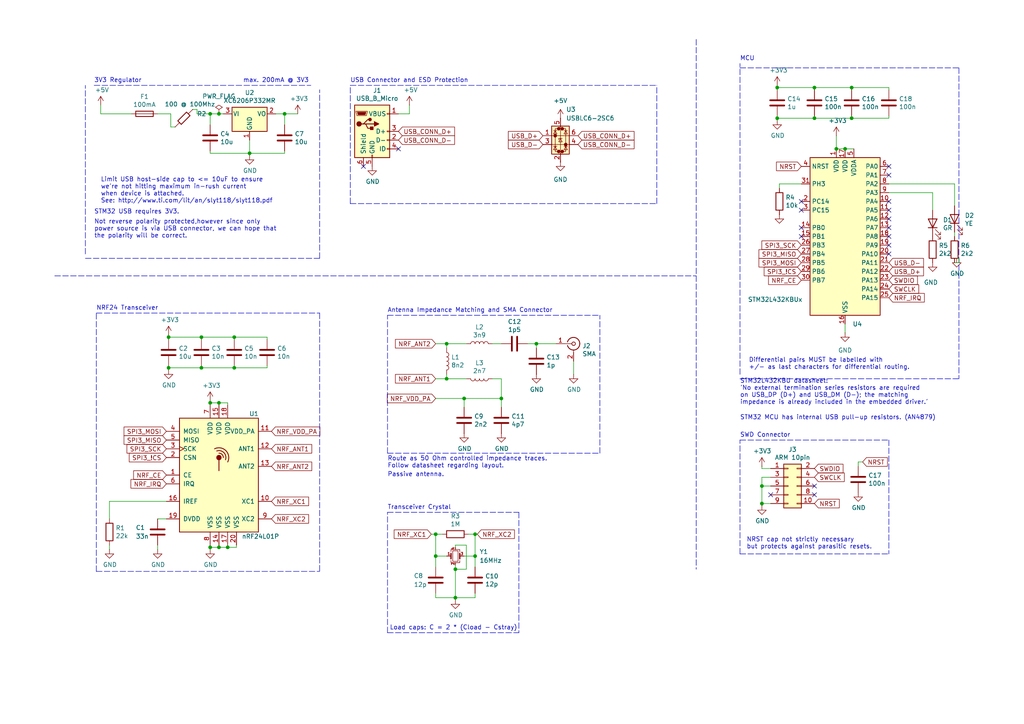
<source format=kicad_sch>
(kicad_sch (version 20250114) (generator "eeschema") (generator_version "9.0")
  (paper "A4")
  (lib_symbols
    (symbol "Connector:Conn_Coaxial" (pin_names (offset 1.016) (hide yes))
      (property "Reference" "J" (at 0.254 3.048 0))
      (property "Value" "Conn_Coaxial" (at 2.921 0 90))
      (symbol "Conn_Coaxial_0_1"
        (polyline (pts (xy -2.54 0) (xy -0.508 0)))
        (arc (start 1.778 0) (mid 0.222 -1.8079) (end -1.778 -0.508) (stroke (width 0.254)))
        (arc (start -1.778 0.508) (mid 0.2221 1.8084) (end 1.778 0) (stroke (width 0.254)))
        (circle (center 0 0) (radius 0.508) (stroke (width 0.2032)))
        (polyline (pts (xy 0 -2.54) (xy 0 -1.778)))
      )
      (symbol "Conn_Coaxial_1_1"
        (pin passive line (at -5.08 0 0) (length 2.54) (name "In") (number "1"))
        (pin passive line (at 0 -5.08 90) (length 2.54) (name "Ext") (number "2"))
      )
    )
    (symbol "Connector:USB_B_Micro" (pin_names (offset 1.016))
      (property "Reference" "J" (at -5.08 11.43 0))
      (property "Value" "USB_B_Micro" (at -5.08 8.89 0))
      (symbol "USB_B_Micro_0_1"
        (rectangle (start -5.08 -7.62) (end 5.08 7.62) (stroke (width 0.254)) (fill (type background)))
        (polyline (pts (xy -4.699 5.842) (xy -4.699 5.588) (xy -4.445 4.826) (xy -4.445 4.572) (xy -1.651 4.572) (xy -1.651 4.826) (xy -1.397 5.588) (xy -1.397 5.842) (xy -4.699 5.842)))
        (polyline (pts (xy -4.318 5.588) (xy -1.778 5.588) (xy -2.032 4.826) (xy -4.064 4.826) (xy -4.318 5.588)) (fill (type outline)))
        (circle (center -3.81 2.159) (radius 0.635) (stroke (width 0.254)) (fill (type outline)))
        (polyline (pts (xy -3.175 2.159) (xy -2.54 2.159) (xy -1.27 3.429) (xy -0.635 3.429)) (stroke (width 0.254)))
        (polyline (pts (xy -2.54 2.159) (xy -1.905 2.159) (xy -1.27 0.889) (xy 0 0.889)) (stroke (width 0.254)))
        (polyline (pts (xy -1.905 2.159) (xy 0.635 2.159)) (stroke (width 0.254)))
        (circle (center -0.635 3.429) (radius 0.381) (stroke (width 0.254)) (fill (type outline)))
        (rectangle (start -0.127 -7.62) (end 0.127 -6.858))
        (rectangle (start 0.254 1.27) (end -0.508 0.508) (stroke (width 0.254)) (fill (type outline)))
        (polyline (pts (xy 0.635 2.794) (xy 0.635 1.524) (xy 1.905 2.159) (xy 0.635 2.794)) (stroke (width 0.254)) (fill (type outline)))
        (rectangle (start 5.08 4.953) (end 4.318 5.207))
        (rectangle (start 5.08 -0.127) (end 4.318 0.127))
        (rectangle (start 5.08 -2.667) (end 4.318 -2.413))
        (rectangle (start 5.08 -5.207) (end 4.318 -4.953))
      )
      (symbol "USB_B_Micro_1_1"
        (pin passive line (at -2.54 -10.16 90) (length 2.54) (name "Shield") (number "6"))
        (pin power_out line (at 0 -10.16 90) (length 2.54) (name "GND") (number "5"))
        (pin power_out line (at 7.62 5.08 180) (length 2.54) (name "VBUS") (number "1"))
        (pin bidirectional line (at 7.62 0 180) (length 2.54) (name "D+") (number "3"))
        (pin bidirectional line (at 7.62 -2.54 180) (length 2.54) (name "D-") (number "2"))
        (pin passive line (at 7.62 -5.08 180) (length 2.54) (name "ID") (number "4"))
      )
    )
    (symbol "Connector_Generic:Conn_02x05_Odd_Even" (pin_names (offset 1.016) (hide yes))
      (property "Reference" "J" (at 1.27 7.62 0))
      (property "Value" "Conn_02x05_Odd_Even" (at 1.27 -7.62 0))
      (symbol "Conn_02x05_Odd_Even_1_1"
        (rectangle (start -1.27 6.35) (end 3.81 -6.35) (stroke (width 0.254)) (fill (type background)))
        (rectangle (start -1.27 5.207) (end 0 4.953) (stroke (width 0.1524)))
        (rectangle (start -1.27 2.667) (end 0 2.413) (stroke (width 0.1524)))
        (rectangle (start -1.27 0.127) (end 0 -0.127) (stroke (width 0.1524)))
        (rectangle (start -1.27 -2.413) (end 0 -2.667) (stroke (width 0.1524)))
        (rectangle (start -1.27 -4.953) (end 0 -5.207) (stroke (width 0.1524)))
        (rectangle (start 3.81 5.207) (end 2.54 4.953) (stroke (width 0.1524)))
        (rectangle (start 3.81 2.667) (end 2.54 2.413) (stroke (width 0.1524)))
        (rectangle (start 3.81 0.127) (end 2.54 -0.127) (stroke (width 0.1524)))
        (rectangle (start 3.81 -2.413) (end 2.54 -2.667) (stroke (width 0.1524)))
        (rectangle (start 3.81 -4.953) (end 2.54 -5.207) (stroke (width 0.1524)))
        (pin passive line (at -5.08 5.08 0) (length 3.81) (name "Pin_1") (number "1"))
        (pin passive line (at -5.08 2.54 0) (length 3.81) (name "Pin_3") (number "3"))
        (pin passive line (at -5.08 0 0) (length 3.81) (name "Pin_5") (number "5"))
        (pin passive line (at -5.08 -2.54 0) (length 3.81) (name "Pin_7") (number "7"))
        (pin passive line (at -5.08 -5.08 0) (length 3.81) (name "Pin_9") (number "9"))
        (pin passive line (at 7.62 5.08 180) (length 3.81) (name "Pin_2") (number "2"))
        (pin passive line (at 7.62 2.54 180) (length 3.81) (name "Pin_4") (number "4"))
        (pin passive line (at 7.62 0 180) (length 3.81) (name "Pin_6") (number "6"))
        (pin passive line (at 7.62 -2.54 180) (length 3.81) (name "Pin_8") (number "8"))
        (pin passive line (at 7.62 -5.08 180) (length 3.81) (name "Pin_10") (number "10"))
      )
    )
    (symbol "Device:C" (pin_numbers (hide yes)) (pin_names (offset 0.254))
      (property "Reference" "C" (at 0.635 2.54 0))
      (property "Value" "C" (at 0.635 -2.54 0))
      (symbol "C_0_1"
        (polyline (pts (xy -2.032 0.762) (xy 2.032 0.762)) (stroke (width 0.508)))
        (polyline (pts (xy -2.032 -0.762) (xy 2.032 -0.762)) (stroke (width 0.508)))
      )
      (symbol "C_1_1"
        (pin passive line (at 0 3.81 270) (length 2.794) (name "~") (number "1"))
        (pin passive line (at 0 -3.81 90) (length 2.794) (name "~") (number "2"))
      )
    )
    (symbol "Device:Crystal_GND24_Small" (pin_names (offset 1.016) (hide yes))
      (property "Reference" "Y" (at 1.27 4.445 0))
      (property "Value" "Crystal_GND24_Small" (at 1.27 2.54 0))
      (symbol "Crystal_GND24_Small_0_1"
        (polyline (pts (xy -1.27 1.27) (xy -1.27 1.905) (xy 1.27 1.905) (xy 1.27 1.27)))
        (polyline (pts (xy -1.27 -0.762) (xy -1.27 0.762)) (stroke (width 0.381)))
        (polyline (pts (xy -1.27 -1.27) (xy -1.27 -1.905) (xy 1.27 -1.905) (xy 1.27 -1.27)))
        (rectangle (start -0.762 -1.524) (end 0.762 1.524))
        (polyline (pts (xy 1.27 -0.762) (xy 1.27 0.762)) (stroke (width 0.381)))
      )
      (symbol "Crystal_GND24_Small_1_1"
        (pin passive line (at -2.54 0 0) (length 1.27) (name "1") (number "1"))
        (pin passive line (at 0 2.54 270) (length 0.635) (name "4") (number "4"))
        (pin passive line (at 0 -2.54 90) (length 0.635) (name "2") (number "2"))
        (pin passive line (at 2.54 0 180) (length 1.27) (name "3") (number "3"))
      )
    )
    (symbol "Device:Fuse" (pin_numbers (hide yes)) (pin_names (offset 0))
      (property "Reference" "F" (at 2.032 0 90))
      (property "Value" "Fuse" (at -1.905 0 90))
      (symbol "Fuse_0_1"
        (rectangle (start -0.762 -2.54) (end 0.762 2.54) (stroke (width 0.254)))
        (polyline (pts (xy 0 2.54) (xy 0 -2.54)))
      )
      (symbol "Fuse_1_1"
        (pin passive line (at 0 3.81 270) (length 1.27) (name "~") (number "1"))
        (pin passive line (at 0 -3.81 90) (length 1.27) (name "~") (number "2"))
      )
    )
    (symbol "Device:L" (pin_numbers (hide yes)) (pin_names (offset 1.016) (hide yes))
      (property "Reference" "L" (at -1.27 0 90))
      (property "Value" "L" (at 1.905 0 90))
      (symbol "L_0_1"
        (arc (start 0 2.54) (mid 0.6323 1.905) (end 0 1.27))
        (arc (start 0 1.27) (mid 0.6323 0.635) (end 0 0))
        (arc (start 0 0) (mid 0.6323 -0.635) (end 0 -1.27))
        (arc (start 0 -1.27) (mid 0.6323 -1.905) (end 0 -2.54))
      )
      (symbol "L_1_1"
        (pin passive line (at 0 3.81 270) (length 1.27) (name "1") (number "1"))
        (pin passive line (at 0 -3.81 90) (length 1.27) (name "2") (number "2"))
      )
    )
    (symbol "Device:LED" (pin_numbers (hide yes)) (pin_names (offset 1.016) (hide yes))
      (property "Reference" "D" (at 0 2.54 0))
      (property "Value" "LED" (at 0 -2.54 0))
      (symbol "LED_0_1"
        (polyline (pts (xy -3.048 -0.762) (xy -4.572 -2.286) (xy -3.81 -2.286) (xy -4.572 -2.286) (xy -4.572 -1.524)))
        (polyline (pts (xy -1.778 -0.762) (xy -3.302 -2.286) (xy -2.54 -2.286) (xy -3.302 -2.286) (xy -3.302 -1.524)))
        (polyline (pts (xy -1.27 0) (xy 1.27 0)))
        (polyline (pts (xy -1.27 -1.27) (xy -1.27 1.27)) (stroke (width 0.254)))
        (polyline (pts (xy 1.27 -1.27) (xy 1.27 1.27) (xy -1.27 0) (xy 1.27 -1.27)) (stroke (width 0.254)))
      )
      (symbol "LED_1_1"
        (pin passive line (at -3.81 0 0) (length 2.54) (name "K") (number "1"))
        (pin passive line (at 3.81 0 180) (length 2.54) (name "A") (number "2"))
      )
    )
    (symbol "Device:R" (pin_numbers (hide yes)) (pin_names (offset 0))
      (property "Reference" "R" (at 2.032 0 90))
      (property "Value" "R" (at 0 0 90))
      (symbol "R_0_1"
        (rectangle (start -1.016 -2.54) (end 1.016 2.54) (stroke (width 0.254)))
      )
      (symbol "R_1_1"
        (pin passive line (at 0 3.81 270) (length 1.27) (name "~") (number "1"))
        (pin passive line (at 0 -3.81 90) (length 1.27) (name "~") (number "2"))
      )
    )
    (symbol "Device:R_45deg" (pin_numbers (hide yes)) (pin_names (offset 0))
      (property "Reference" "R" (at 5.08 2.54 0))
      (property "Value" "R_45deg" (at 8.255 0.635 0))
      (symbol "R_45deg_0_1"
        (polyline (pts (xy -2.54 2.54) (xy -1.27 1.27)))
        (polyline (pts (xy 1.27 -1.27) (xy 2.54 -2.54)))
      )
      (symbol "R_45deg_1_1"
        (polyline (pts (xy -1.778 0.762) (xy 0.762 -1.778) (xy 1.778 -0.762) (xy -0.762 1.778) (xy -1.778 0.762)) (stroke (width 0.254)))
        (pin passive line (at -2.54 2.54 0) (length 0) (name "~") (number "1"))
        (pin passive line (at 2.54 -2.54 180) (length 0) (name "~") (number "2"))
      )
    )
    (symbol "MCU_ST_STM32L4:STM32L432KBUx"
      (property "Reference" "U" (at -10.16 24.13 0))
      (property "Value" "STM32L432KBUx" (at 5.08 24.13 0))
      (symbol "STM32L432KBUx_0_1"
        (rectangle (start -10.16 -22.86) (end 10.16 22.86) (stroke (width 0.254)) (fill (type background)))
      )
      (symbol "STM32L432KBUx_1_1"
        (pin input line (at -12.7 20.32 0) (length 2.54) (name "NRST") (number "4"))
        (pin bidirectional line (at -12.7 15.24 0) (length 2.54) (name "PH3") (number "31"))
        (pin bidirectional line (at -12.7 10.16 0) (length 2.54) (name "PC14") (number "2"))
        (pin bidirectional line (at -12.7 7.62 0) (length 2.54) (name "PC15") (number "3"))
        (pin bidirectional line (at -12.7 2.54 0) (length 2.54) (name "PB0") (number "14"))
        (pin bidirectional line (at -12.7 0 0) (length 2.54) (name "PB1") (number "15"))
        (pin bidirectional line (at -12.7 -2.54 0) (length 2.54) (name "PB3") (number "26"))
        (pin bidirectional line (at -12.7 -5.08 0) (length 2.54) (name "PB4") (number "27"))
        (pin bidirectional line (at -12.7 -7.62 0) (length 2.54) (name "PB5") (number "28"))
        (pin bidirectional line (at -12.7 -10.16 0) (length 2.54) (name "PB6") (number "29"))
        (pin bidirectional line (at -12.7 -12.7 0) (length 2.54) (name "PB7") (number "30"))
        (pin power_in line (at -2.54 25.4 270) (length 2.54) (name "VDD") (number "1"))
        (pin power_in line (at 0 25.4 270) (length 2.54) (name "VDD") (number "17"))
        (pin power_in line (at 0 -25.4 90) (length 2.54) (name "VSS") (number "16"))
        (pin passive line (at 0 -25.4 90) (length 2.54) (hide yes) (name "VSS") (number "32"))
        (pin passive line (at 0 -25.4 90) (length 2.54) (hide yes) (name "VSS") (number "33"))
        (pin power_in line (at 2.54 25.4 270) (length 2.54) (name "VDDA") (number "5"))
        (pin bidirectional line (at 12.7 20.32 180) (length 2.54) (name "PA0") (number "6"))
        (pin bidirectional line (at 12.7 17.78 180) (length 2.54) (name "PA1") (number "7"))
        (pin bidirectional line (at 12.7 15.24 180) (length 2.54) (name "PA2") (number "8"))
        (pin bidirectional line (at 12.7 12.7 180) (length 2.54) (name "PA3") (number "9"))
        (pin bidirectional line (at 12.7 10.16 180) (length 2.54) (name "PA4") (number "10"))
        (pin bidirectional line (at 12.7 7.62 180) (length 2.54) (name "PA5") (number "11"))
        (pin bidirectional line (at 12.7 5.08 180) (length 2.54) (name "PA6") (number "12"))
        (pin bidirectional line (at 12.7 2.54 180) (length 2.54) (name "PA7") (number "13"))
        (pin bidirectional line (at 12.7 0 180) (length 2.54) (name "PA8") (number "18"))
        (pin bidirectional line (at 12.7 -2.54 180) (length 2.54) (name "PA9") (number "19"))
        (pin bidirectional line (at 12.7 -5.08 180) (length 2.54) (name "PA10") (number "20"))
        (pin bidirectional line (at 12.7 -7.62 180) (length 2.54) (name "PA11") (number "21"))
        (pin bidirectional line (at 12.7 -10.16 180) (length 2.54) (name "PA12") (number "22"))
        (pin bidirectional line (at 12.7 -12.7 180) (length 2.54) (name "PA13") (number "23"))
        (pin bidirectional line (at 12.7 -15.24 180) (length 2.54) (name "PA14") (number "24"))
        (pin bidirectional line (at 12.7 -17.78 180) (length 2.54) (name "PA15") (number "25"))
      )
    )
    (symbol "Power_Protection:USBLC6-2SC6" (pin_names (hide yes))
      (property "Reference" "U" (at 0.635 5.715 0))
      (property "Value" "USBLC6-2SC6" (at 0.635 3.81 0))
      (symbol "USBLC6-2SC6_0_0"
        (circle (center -1.524 0) (radius 0.0001) (stroke (width 0.508)))
        (circle (center -0.508 2.032) (radius 0.0001) (stroke (width 0.508)))
        (circle (center -0.508 -4.572) (radius 0.0001) (stroke (width 0.508)))
        (circle (center 0.508 2.032) (radius 0.0001) (stroke (width 0.508)))
        (circle (center 0.508 -4.572) (radius 0.0001) (stroke (width 0.508)))
        (circle (center 1.524 -2.54) (radius 0.0001) (stroke (width 0.508)))
      )
      (symbol "USBLC6-2SC6_0_1"
        (polyline (pts (xy -2.54 0) (xy 2.54 0)))
        (polyline (pts (xy -2.54 -2.54) (xy 2.54 -2.54)))
        (polyline (pts (xy -2.032 0.508) (xy -1.016 0.508) (xy -1.524 1.524) (xy -2.032 0.508)))
        (polyline (pts (xy -2.032 -3.048) (xy -1.016 -3.048)))
        (polyline (pts (xy -1.016 1.524) (xy -2.032 1.524)))
        (polyline (pts (xy -1.016 -4.064) (xy -2.032 -4.064) (xy -1.524 -3.048) (xy -1.016 -4.064)))
        (polyline (pts (xy -0.508 -1.143) (xy -0.508 -0.762) (xy 0.508 -0.762)))
        (polyline (pts (xy 0 2.54) (xy -0.508 2.032) (xy 0.508 2.032) (xy 0 1.524) (xy 0 -4.064) (xy -0.508 -4.572) (xy 0.508 -4.572) (xy 0 -5.08)))
        (polyline (pts (xy 0.508 -1.778) (xy -0.508 -1.778) (xy 0 -0.762) (xy 0.508 -1.778)))
        (polyline (pts (xy 1.016 1.524) (xy 2.032 1.524)))
        (polyline (pts (xy 1.016 -3.048) (xy 2.032 -3.048)))
        (polyline (pts (xy 2.032 0.508) (xy 1.016 0.508) (xy 1.524 1.524) (xy 2.032 0.508)))
        (polyline (pts (xy 2.032 -4.064) (xy 1.016 -4.064) (xy 1.524 -3.048) (xy 2.032 -4.064)))
      )
      (symbol "USBLC6-2SC6_1_1"
        (rectangle (start -2.54 2.794) (end 2.54 -5.334) (stroke (width 0.254)) (fill (type background)))
        (polyline (pts (xy -0.508 2.032) (xy -1.524 2.032) (xy -1.524 -4.572) (xy -0.508 -4.572)))
        (polyline (pts (xy 0.508 -4.572) (xy 1.524 -4.572) (xy 1.524 2.032) (xy 0.508 2.032)))
        (pin passive line (at -5.08 0 0) (length 2.54) (name "I/O1") (number "1"))
        (pin passive line (at -5.08 -2.54 0) (length 2.54) (name "I/O2") (number "3"))
        (pin passive line (at 0 5.08 270) (length 2.54) (name "VBUS") (number "5"))
        (pin passive line (at 0 -7.62 90) (length 2.54) (name "GND") (number "2"))
        (pin passive line (at 5.08 0 180) (length 2.54) (name "I/O1") (number "6"))
        (pin passive line (at 5.08 -2.54 180) (length 2.54) (name "I/O2") (number "4"))
      )
    )
    (symbol "RF:nRF24L01P" (pin_names (offset 1.016))
      (property "Reference" "U" (at -11.43 17.78 0))
      (property "Value" "nRF24L01P" (at 5.08 17.78 0))
      (symbol "nRF24L01P_0_1"
        (rectangle (start -11.43 16.51) (end 11.43 -16.51) (stroke (width 0.254)) (fill (type background)))
        (arc (start -1.27 7.62) (mid 2.008 7.088) (end 2.54 3.81) (stroke (width 0.254)))
        (circle (center 0 5.08) (radius 0.635) (stroke (width 0.254)) (fill (type outline)))
        (polyline (pts (xy 0 4.445) (xy 0 1.27)) (stroke (width 0.254)))
        (arc (start -0.635 6.985) (mid 1.4383 6.5183) (end 1.905 4.445) (stroke (width 0.254)))
        (arc (start 0 6.35) (mid 0.9108 5.9908) (end 1.27 5.08) (stroke (width 0.254)))
        (rectangle (start 11.43 -13.97) (end 11.43 -13.97))
      )
      (symbol "nRF24L01P_1_1"
        (pin input line (at -15.24 12.7 0) (length 3.81) (name "MOSI") (number "4"))
        (pin output line (at -15.24 10.16 0) (length 3.81) (name "MISO") (number "5"))
        (pin input clock (at -15.24 7.62 0) (length 3.81) (name "SCK") (number "3"))
        (pin input line (at -15.24 5.08 0) (length 3.81) (name "CSN") (number "2"))
        (pin input line (at -15.24 0 0) (length 3.81) (name "CE") (number "1"))
        (pin output line (at -15.24 -2.54 0) (length 3.81) (name "IRQ") (number "6"))
        (pin passive line (at -15.24 -7.62 0) (length 3.81) (name "IREF") (number "16"))
        (pin power_out line (at -15.24 -12.7 0) (length 3.81) (name "DVDD") (number "19"))
        (pin power_in line (at -2.54 20.32 270) (length 3.81) (name "VDD") (number "7"))
        (pin power_in line (at -2.54 -20.32 90) (length 3.81) (name "VSS") (number "8"))
        (pin power_in line (at 0 20.32 270) (length 3.81) (name "VDD") (number "15"))
        (pin power_in line (at 0 -20.32 90) (length 3.81) (name "VSS") (number "14"))
        (pin power_in line (at 2.54 20.32 270) (length 3.81) (name "VDD") (number "18"))
        (pin power_in line (at 2.54 -20.32 90) (length 3.81) (name "VSS") (number "17"))
        (pin power_in line (at 5.08 -20.32 90) (length 3.81) (name "VSS") (number "20"))
        (pin power_out line (at 15.24 12.7 180) (length 3.81) (name "VDD_PA") (number "11"))
        (pin passive line (at 15.24 7.62 180) (length 3.81) (name "ANT1") (number "12"))
        (pin passive line (at 15.24 2.54 180) (length 3.81) (name "ANT2") (number "13"))
        (pin passive line (at 15.24 -7.62 180) (length 3.81) (name "XC1") (number "10"))
        (pin passive line (at 15.24 -12.7 180) (length 3.81) (name "XC2") (number "9"))
      )
    )
    (symbol "Regulator_Linear:XC6206PxxxMR" (pin_names (offset 0.254))
      (property "Reference" "U" (at -3.81 3.175 0))
      (property "Value" "XC6206PxxxMR" (at 0 3.175 0))
      (symbol "XC6206PxxxMR_0_1"
        (rectangle (start -5.08 1.905) (end 5.08 -5.08) (stroke (width 0.254)) (fill (type background)))
      )
      (symbol "XC6206PxxxMR_1_1"
        (pin power_in line (at -7.62 0 0) (length 2.54) (name "VI") (number "3"))
        (pin power_in line (at 0 -7.62 90) (length 2.54) (name "GND") (number "1"))
        (pin power_out line (at 7.62 0 180) (length 2.54) (name "VO") (number "2"))
      )
    )
    (symbol "power:+3V3" (power) (pin_numbers (hide yes)) (pin_names (offset 0) (hide yes))
      (property "Value" "+3V3" (at 0 3.556 0))
      (symbol "+3V3_0_1"
        (polyline (pts (xy -0.762 1.27) (xy 0 2.54)))
        (polyline (pts (xy 0 2.54) (xy 0.762 1.27)))
        (polyline (pts (xy 0 0) (xy 0 2.54)))
      )
      (symbol "+3V3_1_1"
        (pin power_in line (at 0 0 90) (length 0) (name "~") (number "1"))
      )
    )
    (symbol "power:+5V" (power) (pin_numbers (hide yes)) (pin_names (offset 0) (hide yes))
      (property "Value" "+5V" (at 0 3.556 0))
      (symbol "+5V_0_1"
        (polyline (pts (xy -0.762 1.27) (xy 0 2.54)))
        (polyline (pts (xy 0 2.54) (xy 0.762 1.27)))
        (polyline (pts (xy 0 0) (xy 0 2.54)))
      )
      (symbol "+5V_1_1"
        (pin power_in line (at 0 0 90) (length 0) (name "~") (number "1"))
      )
    )
    (symbol "power:GND" (power) (pin_numbers (hide yes)) (pin_names (offset 0) (hide yes))
      (property "Value" "GND" (at 0 -3.81 0))
      (symbol "GND_0_1"
        (polyline (pts (xy 0 0) (xy 0 -1.27) (xy 1.27 -1.27) (xy 0 -2.54) (xy -1.27 -1.27) (xy 0 -1.27)))
      )
      (symbol "GND_1_1"
        (pin power_in line (at 0 0 270) (length 0) (name "~") (number "1"))
      )
    )
    (symbol "power:PWR_FLAG" (power) (pin_numbers (hide yes)) (pin_names (offset 0) (hide yes))
      (property "Value" "PWR_FLAG" (at 0 3.81 0))
      (symbol "PWR_FLAG_0_0"
        (pin power_out line (at 0 0 90) (length 0) (name "~") (number "1"))
      )
      (symbol "PWR_FLAG_0_1"
        (polyline (pts (xy 0 0) (xy 0 1.27) (xy -1.016 1.905) (xy 0 2.54) (xy 1.016 1.905) (xy 0 1.27)))
      )
    )
  )
  (text "Differential pairs MUST be labelled with \n+/- as last characters for differential routing." (at 217.17 107.315 0) (effects (font (size 1.27 1.27)) (justify left bottom)))
  (text "Not reverse polarity protected,however since only\npower source is via USB connector, we can hope that\nthe polarity will be correct." (at 27.305 69.215 0) (effects (font (size 1.27 1.27)) (justify left bottom)))
  (text "Passive antenna." (at 112.395 138.43 0) (effects (font (size 1.27 1.27)) (justify left bottom)))
  (text "NRF24 Transceiver" (at 27.94 90.17 0) (effects (font (size 1.27 1.27)) (justify left bottom)))
  (text "Transceiver Crystal" (at 112.395 147.955 0) (effects (font (size 1.27 1.27)) (justify left bottom)))
  (text "STM32L432KBU datasheet:\n'No external termination series resistors are required\non USB_DP (D+) and USB_DM (D-); the matching\nimpedance is already included in the embedded driver.'" (at 214.63 117.475 0) (effects (font (size 1.27 1.27)) (justify left bottom)))
  (text "3V3 Regulator" (at 27.305 24.13 0) (effects (font (size 1.27 1.27)) (justify left bottom)))
  (text "Antenna Impedance Matching and SMA Connector" (at 112.395 90.805 0) (effects (font (size 1.27 1.27)) (justify left bottom)))
  (text "Route as 50 Ohm controlled impedance traces.\nFollow datasheet regarding layout." (at 112.395 135.89 0) (effects (font (size 1.27 1.27)) (justify left bottom)))
  (text "Load caps: C = 2 * (Cload - Cstray)" (at 113.03 182.88 0) (effects (font (size 1.27 1.27)) (justify left bottom)))
  (text "Limit USB host-side cap to <= 10uF to ensure\nwe're not hitting maximum in-rush current\nwhen device is attached.\nSee: http://www.ti.com/lit/an/slyt118/slyt118.pdf" (at 29.21 59.055 0) (effects (font (size 1.27 1.27)) (justify left bottom)))
  (text "SWD Connector" (at 214.63 127 0) (effects (font (size 1.27 1.27)) (justify left bottom)))
  (text "MCU" (at 214.63 17.78 0) (effects (font (size 1.27 1.27)) (justify left bottom)))
  (text "STM32 MCU has internal USB pull-up resistors. (AN4879)" (at 214.63 121.92 0) (effects (font (size 1.27 1.27)) (justify left bottom)))
  (text "NRST cap not strictly necessary\nbut protects against parasitic resets." (at 216.535 159.385 0) (effects (font (size 1.27 1.27)) (justify left bottom)))
  (text "max. 200mA @ 3V3" (at 70.485 24.13 0) (effects (font (size 1.27 1.27)) (justify left bottom)))
  (text "USB Connector and ESD Protection" (at 101.6 24.13 0) (effects (font (size 1.27 1.27)) (justify left bottom)))
  (text "STM32 USB requires 3V3." (at 27.305 62.23 0) (effects (font (size 1.27 1.27)) (justify left bottom)))
  (junction (at 134.62 115.57))
  (junction (at 129.54 109.855))
  (junction (at 145.415 115.57))
  (junction (at 155.575 99.695))
  (junction (at 60.96 33.02))
  (junction (at 67.945 106.68))
  (junction (at 129.54 99.695))
  (junction (at 242.57 43.18))
  (junction (at 132.08 173.355))
  (junction (at 126.365 154.94))
  (junction (at 247.015 25.4))
  (junction (at 245.11 43.18))
  (junction (at 220.98 140.97))
  (junction (at 63.5 33.02))
  (junction (at 63.5 116.84))
  (junction (at 82.55 33.02))
  (junction (at 66.04 158.75))
  (junction (at 247.015 34.29))
  (junction (at 58.42 106.68))
  (junction (at 67.945 97.79))
  (junction (at 220.98 146.05))
  (junction (at 60.96 116.84))
  (junction (at 137.795 154.94))
  (junction (at 48.895 106.68))
  (junction (at 126.365 161.29))
  (junction (at 63.5 158.75))
  (junction (at 58.42 97.79))
  (junction (at 72.39 44.45))
  (junction (at 236.22 25.4))
  (junction (at 60.96 158.75))
  (junction (at 48.895 97.79))
  (junction (at 132.08 165.1))
  (junction (at 225.425 34.29))
  (junction (at 236.22 34.29))
  (junction (at 225.425 25.4))
  (junction (at 137.795 161.29))
  (no_connect (at 257.81 58.42))
  (no_connect (at 236.22 143.51))
  (no_connect (at 257.81 71.12))
  (no_connect (at 232.41 58.42))
  (no_connect (at 105.41 48.26))
  (no_connect (at 257.81 50.8))
  (no_connect (at 257.81 63.5))
  (no_connect (at 257.81 68.58))
  (no_connect (at 257.81 60.96))
  (no_connect (at 257.81 48.26))
  (no_connect (at 257.81 73.66))
  (no_connect (at 236.22 140.97))
  (no_connect (at 232.41 66.04))
  (no_connect (at 232.41 68.58))
  (no_connect (at 115.57 43.18))
  (no_connect (at 223.52 143.51))
  (no_connect (at 232.41 60.96))
  (no_connect (at 257.81 66.04))
  (wire (pts (xy 66.04 158.75) (xy 63.5 158.75)))
  (wire (pts (xy 55.88 31.75) (xy 57.15 31.75)))
  (wire (pts (xy 247.015 26.035) (xy 247.015 25.4)))
  (polyline (pts (xy 214.63 109.855) (xy 278.13 109.855)) (stroke (width 0) (type dash)))
  (wire (pts (xy 247.015 34.29) (xy 236.22 34.29)))
  (wire (pts (xy 29.21 30.48) (xy 29.21 33.02)))
  (wire (pts (xy 225.425 25.4) (xy 225.425 24.765)))
  (wire (pts (xy 145.415 109.855) (xy 145.415 115.57)))
  (wire (pts (xy 257.81 33.655) (xy 257.81 34.29)))
  (wire (pts (xy 77.47 106.68) (xy 77.47 106.045)))
  (polyline (pts (xy 190.5 59.055) (xy 190.5 24.765)) (stroke (width 0) (type dash)))
  (wire (pts (xy 270.51 60.96) (xy 270.51 55.88)))
  (wire (pts (xy 49.53 33.02) (xy 49.53 36.83)))
  (wire (pts (xy 60.96 116.84) (xy 60.96 116.205)))
  (polyline (pts (xy 92.71 74.93) (xy 92.71 26.035)) (stroke (width 0) (type dash)))
  (wire (pts (xy 257.81 34.29) (xy 247.015 34.29)))
  (wire (pts (xy 125.095 154.94) (xy 126.365 154.94)))
  (wire (pts (xy 223.52 146.05) (xy 220.98 146.05)))
  (wire (pts (xy 257.81 26.035) (xy 257.81 25.4)))
  (polyline (pts (xy 101.6 59.055) (xy 101.6 24.765)) (stroke (width 0) (type dash)))
  (wire (pts (xy 278.13 76.2) (xy 278.13 74.93)))
  (polyline (pts (xy 201.93 11.43) (xy 201.93 165.1)) (stroke (width 0) (type dash)))
  (wire (pts (xy 145.415 99.695) (xy 142.875 99.695)))
  (wire (pts (xy 82.55 36.195) (xy 82.55 33.02)))
  (wire (pts (xy 57.15 33.02) (xy 60.96 33.02)))
  (wire (pts (xy 242.57 43.18) (xy 245.11 43.18)))
  (polyline (pts (xy 257.81 127.635) (xy 257.81 160.655)) (stroke (width 0) (type dash)))
  (wire (pts (xy 60.96 158.75) (xy 60.96 158.115)))
  (wire (pts (xy 135.255 109.855) (xy 129.54 109.855)))
  (wire (pts (xy 129.54 99.695) (xy 129.54 100.965)))
  (wire (pts (xy 132.08 158.115) (xy 135.255 158.115)))
  (wire (pts (xy 135.255 165.1) (xy 132.08 165.1)))
  (wire (pts (xy 134.62 161.29) (xy 137.795 161.29)))
  (wire (pts (xy 145.415 109.855) (xy 142.875 109.855)))
  (wire (pts (xy 118.745 33.02) (xy 115.57 33.02)))
  (polyline (pts (xy 27.94 90.805) (xy 92.71 90.805)) (stroke (width 0) (type dash)))
  (wire (pts (xy 67.945 98.425) (xy 67.945 97.79)))
  (wire (pts (xy 137.795 164.465) (xy 137.795 161.29)))
  (wire (pts (xy 63.5 158.75) (xy 60.96 158.75)))
  (wire (pts (xy 135.89 154.94) (xy 137.795 154.94)))
  (wire (pts (xy 48.895 106.68) (xy 48.895 106.045)))
  (wire (pts (xy 226.06 53.34) (xy 232.41 53.34)))
  (wire (pts (xy 236.22 26.035) (xy 236.22 25.4)))
  (wire (pts (xy 257.81 25.4) (xy 247.015 25.4)))
  (wire (pts (xy 145.415 115.57) (xy 145.415 118.11)))
  (wire (pts (xy 72.39 44.45) (xy 72.39 40.64)))
  (wire (pts (xy 45.72 33.02) (xy 49.53 33.02)))
  (wire (pts (xy 250.19 133.985) (xy 248.92 133.985)))
  (wire (pts (xy 82.55 43.815) (xy 82.55 44.45)))
  (wire (pts (xy 63.5 158.115) (xy 63.5 158.75)))
  (wire (pts (xy 137.795 154.94) (xy 137.795 161.29)))
  (polyline (pts (xy 112.395 148.59) (xy 150.495 148.59)) (stroke (width 0) (type dash)))
  (polyline (pts (xy 27.94 165.735) (xy 27.94 90.805)) (stroke (width 0) (type dash)))
  (wire (pts (xy 126.365 161.29) (xy 126.365 164.465)))
  (wire (pts (xy 220.98 135.255) (xy 220.98 135.89)))
  (wire (pts (xy 132.08 163.83) (xy 132.08 165.1)))
  (wire (pts (xy 276.86 67.31) (xy 276.86 68.58)))
  (wire (pts (xy 245.11 93.98) (xy 245.11 96.52)))
  (wire (pts (xy 242.57 39.37) (xy 242.57 43.18)))
  (wire (pts (xy 126.365 161.29) (xy 129.54 161.29)))
  (wire (pts (xy 220.98 146.685) (xy 220.98 146.05)))
  (wire (pts (xy 236.22 33.655) (xy 236.22 34.29)))
  (wire (pts (xy 60.96 36.195) (xy 60.96 33.02)))
  (wire (pts (xy 257.81 53.34) (xy 276.86 53.34)))
  (wire (pts (xy 67.945 106.045) (xy 67.945 106.68)))
  (wire (pts (xy 137.795 173.355) (xy 137.795 172.085)))
  (wire (pts (xy 134.62 118.11) (xy 134.62 115.57)))
  (polyline (pts (xy 27.305 24.765) (xy 90.17 24.765)) (stroke (width 0) (type dash)))
  (polyline (pts (xy 24.765 74.93) (xy 92.71 74.93)) (stroke (width 0) (type dash)))
  (polyline (pts (xy 112.395 131.445) (xy 112.395 91.44)) (stroke (width 0) (type dash)))
  (polyline (pts (xy 92.71 90.805) (xy 92.71 165.735)) (stroke (width 0) (type dash)))
  (wire (pts (xy 128.27 154.94) (xy 126.365 154.94)))
  (wire (pts (xy 60.96 44.45) (xy 60.96 43.815)))
  (wire (pts (xy 138.43 154.94) (xy 137.795 154.94)))
  (wire (pts (xy 135.255 158.115) (xy 135.255 165.1)))
  (polyline (pts (xy 112.395 131.445) (xy 173.99 131.445)) (stroke (width 0) (type dash)))
  (wire (pts (xy 134.62 115.57) (xy 126.365 115.57)))
  (wire (pts (xy 60.96 159.385) (xy 60.96 158.75)))
  (wire (pts (xy 29.21 33.02) (xy 38.1 33.02)))
  (wire (pts (xy 58.42 97.79) (xy 48.895 97.79)))
  (wire (pts (xy 126.365 154.94) (xy 126.365 161.29)))
  (polyline (pts (xy 112.395 183.515) (xy 150.495 183.515)) (stroke (width 0) (type dash)))
  (wire (pts (xy 60.96 117.475) (xy 60.96 116.84)))
  (wire (pts (xy 166.37 108.585) (xy 166.37 104.775)))
  (wire (pts (xy 66.04 158.115) (xy 66.04 158.75)))
  (wire (pts (xy 161.29 99.695) (xy 155.575 99.695)))
  (wire (pts (xy 220.98 140.97) (xy 220.98 138.43)))
  (wire (pts (xy 220.98 135.89) (xy 223.52 135.89)))
  (wire (pts (xy 68.58 158.75) (xy 66.04 158.75)))
  (wire (pts (xy 248.92 133.985) (xy 248.92 135.255)))
  (wire (pts (xy 225.425 34.29) (xy 225.425 33.655)))
  (wire (pts (xy 72.39 44.45) (xy 82.55 44.45)))
  (wire (pts (xy 31.75 159.385) (xy 31.75 158.115)))
  (wire (pts (xy 77.47 97.79) (xy 67.945 97.79)))
  (wire (pts (xy 63.5 117.475) (xy 63.5 116.84)))
  (polyline (pts (xy 214.63 19.685) (xy 278.13 19.685)) (stroke (width 0) (type dash)))
  (wire (pts (xy 134.62 115.57) (xy 145.415 115.57)))
  (wire (pts (xy 155.575 100.965) (xy 155.575 99.695)))
  (wire (pts (xy 60.96 33.02) (xy 63.5 33.02)))
  (polyline (pts (xy 101.6 59.055) (xy 190.5 59.055)) (stroke (width 0) (type dash)))
  (polyline (pts (xy 15.875 80.01) (xy 201.93 80.01)) (stroke (width 0) (type dash)))
  (wire (pts (xy 72.39 45.085) (xy 72.39 44.45)))
  (wire (pts (xy 276.86 76.2) (xy 278.13 76.2)))
  (wire (pts (xy 57.15 31.75) (xy 57.15 33.02)))
  (wire (pts (xy 247.015 25.4) (xy 236.22 25.4)))
  (wire (pts (xy 63.5 116.84) (xy 60.96 116.84)))
  (wire (pts (xy 45.72 159.385) (xy 45.72 158.115)))
  (wire (pts (xy 126.365 109.855) (xy 129.54 109.855)))
  (wire (pts (xy 63.5 33.02) (xy 64.77 33.02)))
  (wire (pts (xy 245.11 43.18) (xy 247.65 43.18)))
  (wire (pts (xy 132.08 165.1) (xy 132.08 173.355)))
  (wire (pts (xy 58.42 106.045) (xy 58.42 106.68)))
  (wire (pts (xy 126.365 99.695) (xy 129.54 99.695)))
  (wire (pts (xy 132.08 173.355) (xy 137.795 173.355)))
  (wire (pts (xy 226.06 54.61) (xy 226.06 53.34)))
  (wire (pts (xy 278.13 74.93) (xy 277.495 74.93)))
  (wire (pts (xy 58.42 98.425) (xy 58.42 97.79)))
  (wire (pts (xy 225.425 34.925) (xy 225.425 34.29)))
  (wire (pts (xy 126.365 173.355) (xy 126.365 172.085)))
  (polyline (pts (xy 214.63 108.585) (xy 214.63 18.415)) (stroke (width 0) (type dash)))
  (wire (pts (xy 236.22 34.29) (xy 225.425 34.29)))
  (wire (pts (xy 66.04 116.84) (xy 63.5 116.84)))
  (wire (pts (xy 31.75 145.415) (xy 48.26 145.415)))
  (polyline (pts (xy 173.99 131.445) (xy 173.99 91.44)) (stroke (width 0) (type dash)))
  (wire (pts (xy 276.86 53.34) (xy 276.86 59.69)))
  (wire (pts (xy 48.895 97.79) (xy 48.895 97.155)))
  (wire (pts (xy 68.58 158.115) (xy 68.58 158.75)))
  (wire (pts (xy 129.54 109.855) (xy 129.54 108.585)))
  (wire (pts (xy 86.36 33.02) (xy 82.55 33.02)))
  (polyline (pts (xy 214.63 160.655) (xy 257.81 160.655)) (stroke (width 0) (type dash)))
  (polyline (pts (xy 112.395 91.44) (xy 173.99 91.44)) (stroke (width 0) (type dash)))
  (wire (pts (xy 48.895 106.68) (xy 58.42 106.68)))
  (wire (pts (xy 236.22 25.4) (xy 225.425 25.4)))
  (wire (pts (xy 132.08 173.355) (xy 126.365 173.355)))
  (wire (pts (xy 155.575 99.695) (xy 153.035 99.695)))
  (wire (pts (xy 58.42 106.68) (xy 67.945 106.68)))
  (wire (pts (xy 270.51 55.88) (xy 257.81 55.88)))
  (polyline (pts (xy 27.94 165.735) (xy 92.71 165.735)) (stroke (width 0) (type dash)))
  (wire (pts (xy 45.72 150.495) (xy 48.26 150.495)))
  (wire (pts (xy 48.895 98.425) (xy 48.895 97.79)))
  (polyline (pts (xy 24.765 73.66) (xy 24.765 24.765)) (stroke (width 0) (type dash)))
  (polyline (pts (xy 101.6 24.765) (xy 190.5 24.765)) (stroke (width 0) (type dash)))
  (wire (pts (xy 66.04 117.475) (xy 66.04 116.84)))
  (wire (pts (xy 225.425 26.035) (xy 225.425 25.4)))
  (wire (pts (xy 49.53 36.83) (xy 50.8 36.83)))
  (wire (pts (xy 132.08 158.75) (xy 132.08 158.115)))
  (wire (pts (xy 118.745 30.48) (xy 118.745 33.02)))
  (polyline (pts (xy 214.63 127.635) (xy 257.81 127.635)) (stroke (width 0) (type dash)))
  (polyline (pts (xy 278.13 19.685) (xy 278.13 109.855)) (stroke (width 0) (type dash)))
  (polyline (pts (xy 150.495 148.59) (xy 150.495 183.515)) (stroke (width 0) (type dash)))
  (wire (pts (xy 48.895 107.315) (xy 48.895 106.68)))
  (wire (pts (xy 72.39 44.45) (xy 60.96 44.45)))
  (wire (pts (xy 220.98 140.97) (xy 223.52 140.97)))
  (wire (pts (xy 220.98 138.43) (xy 223.52 138.43)))
  (wire (pts (xy 132.08 173.99) (xy 132.08 173.355)))
  (wire (pts (xy 67.945 106.68) (xy 77.47 106.68)))
  (wire (pts (xy 31.75 150.495) (xy 31.75 145.415)))
  (wire (pts (xy 67.945 97.79) (xy 58.42 97.79)))
  (wire (pts (xy 247.015 33.655) (xy 247.015 34.29)))
  (wire (pts (xy 220.98 146.05) (xy 220.98 140.97)))
  (polyline (pts (xy 112.395 183.515) (xy 112.395 148.59)) (stroke (width 0) (type dash)))
  (wire (pts (xy 80.01 33.02) (xy 82.55 33.02)))
  (wire (pts (xy 135.255 99.695) (xy 129.54 99.695)))
  (wire (pts (xy 77.47 98.425) (xy 77.47 97.79)))
  (polyline (pts (xy 214.63 160.655) (xy 214.63 127.635)) (stroke (width 0) (type dash)))
  (global_label "NRF_ANT1" (shape input) (at 126.365 109.855 180) (property "Intersheetrefs" "${INTERSHEET_REFS}" (effects (hide yes))))
  (global_label "NRF_IRQ" (shape input) (at 257.81 86.36 0) (property "Intersheetrefs" "${INTERSHEET_REFS}" (effects (hide yes))))
  (global_label "USB_CONN_D-" (shape input) (at 167.64 41.91 0) (property "Intersheetrefs" "${INTERSHEET_REFS}" (effects (hide yes))))
  (global_label "NRF_VDD_PA" (shape input) (at 78.74 125.095 0) (property "Intersheetrefs" "${INTERSHEET_REFS}" (effects (hide yes))))
  (global_label "SPI3_MOSI" (shape input) (at 232.41 76.2 180) (property "Intersheetrefs" "${INTERSHEET_REFS}" (effects (hide yes))))
  (global_label "NRF_XC1" (shape input) (at 78.74 145.415 0) (property "Intersheetrefs" "${INTERSHEET_REFS}" (effects (hide yes))))
  (global_label "NRF_ANT2" (shape input) (at 126.365 99.695 180) (property "Intersheetrefs" "${INTERSHEET_REFS}" (effects (hide yes))))
  (global_label "NRF_CE" (shape input) (at 232.41 81.28 180) (property "Intersheetrefs" "${INTERSHEET_REFS}" (effects (hide yes))))
  (global_label "SPI3_MISO" (shape input) (at 232.41 73.66 180) (property "Intersheetrefs" "${INTERSHEET_REFS}" (effects (hide yes))))
  (global_label "NRF_VDD_PA" (shape input) (at 126.365 115.57 180) (property "Intersheetrefs" "${INTERSHEET_REFS}" (effects (hide yes))))
  (global_label "USB_CONN_D-" (shape input) (at 115.57 40.64 0) (property "Intersheetrefs" "${INTERSHEET_REFS}" (effects (hide yes))))
  (global_label "USB_D-" (shape input) (at 257.81 76.2 0) (property "Intersheetrefs" "${INTERSHEET_REFS}" (effects (hide yes))))
  (global_label "NRF_ANT1" (shape input) (at 78.74 130.175 0) (property "Intersheetrefs" "${INTERSHEET_REFS}" (effects (hide yes))))
  (global_label "USB_CONN_D+" (shape input) (at 167.64 39.37 0) (property "Intersheetrefs" "${INTERSHEET_REFS}" (effects (hide yes))))
  (global_label "NRF_XC1" (shape input) (at 125.095 154.94 180) (property "Intersheetrefs" "${INTERSHEET_REFS}" (effects (hide yes))))
  (global_label "USB_D-" (shape input) (at 157.48 41.91 180) (property "Intersheetrefs" "${INTERSHEET_REFS}" (effects (hide yes))))
  (global_label "SPI3_!CS" (shape input) (at 48.26 132.715 180) (property "Intersheetrefs" "${INTERSHEET_REFS}" (effects (hide yes))))
  (global_label "SWCLK" (shape input) (at 257.81 83.82 0) (property "Intersheetrefs" "${INTERSHEET_REFS}" (effects (hide yes))))
  (global_label "NRF_ANT2" (shape input) (at 78.74 135.255 0) (property "Intersheetrefs" "${INTERSHEET_REFS}" (effects (hide yes))))
  (global_label "USB_D+" (shape input) (at 157.48 39.37 180) (property "Intersheetrefs" "${INTERSHEET_REFS}" (effects (hide yes))))
  (global_label "SWCLK" (shape input) (at 236.22 138.43 0) (property "Intersheetrefs" "${INTERSHEET_REFS}" (effects (hide yes))))
  (global_label "NRF_XC2" (shape input) (at 138.43 154.94 0) (property "Intersheetrefs" "${INTERSHEET_REFS}" (effects (hide yes))))
  (global_label "NRF_CE" (shape input) (at 48.26 137.795 180) (property "Intersheetrefs" "${INTERSHEET_REFS}" (effects (hide yes))))
  (global_label "SWDIO" (shape input) (at 257.81 81.28 0) (property "Intersheetrefs" "${INTERSHEET_REFS}" (effects (hide yes))))
  (global_label "NRF_XC2" (shape input) (at 78.74 150.495 0) (property "Intersheetrefs" "${INTERSHEET_REFS}" (effects (hide yes))))
  (global_label "SPI3_SCK" (shape input) (at 48.26 130.175 180) (property "Intersheetrefs" "${INTERSHEET_REFS}" (effects (hide yes))))
  (global_label "NRST" (shape input) (at 232.41 48.26 180) (property "Intersheetrefs" "${INTERSHEET_REFS}" (effects (hide yes))))
  (global_label "SPI3_MISO" (shape input) (at 48.26 127.635 180) (property "Intersheetrefs" "${INTERSHEET_REFS}" (effects (hide yes))))
  (global_label "SPI3_MOSI" (shape input) (at 48.26 125.095 180) (property "Intersheetrefs" "${INTERSHEET_REFS}" (effects (hide yes))))
  (global_label "SPI3_SCK" (shape input) (at 232.41 71.12 180) (property "Intersheetrefs" "${INTERSHEET_REFS}" (effects (hide yes))))
  (global_label "SPI3_!CS" (shape input) (at 232.41 78.74 180) (property "Intersheetrefs" "${INTERSHEET_REFS}" (effects (hide yes))))
  (global_label "NRST" (shape input) (at 236.22 146.05 0) (property "Intersheetrefs" "${INTERSHEET_REFS}" (effects (hide yes))))
  (global_label "NRF_IRQ" (shape input) (at 48.26 140.335 180) (property "Intersheetrefs" "${INTERSHEET_REFS}" (effects (hide yes))))
  (global_label "NRST" (shape input) (at 250.19 133.985 0) (property "Intersheetrefs" "${INTERSHEET_REFS}" (effects (hide yes))))
  (global_label "USB_D+" (shape input) (at 257.81 78.74 0) (property "Intersheetrefs" "${INTERSHEET_REFS}" (effects (hide yes))))
  (global_label "USB_CONN_D+" (shape input) (at 115.57 38.1 0) (property "Intersheetrefs" "${INTERSHEET_REFS}" (effects (hide yes))))
  (global_label "SWDIO" (shape input) (at 236.22 135.89 0) (property "Intersheetrefs" "${INTERSHEET_REFS}" (effects (hide yes))))
  (symbol (lib_id "Device:C") (at 45.72 154.305 0) (unit 1)
    (property "Reference" "C1" (at 39.37 153.035 0) (effects (justify left)))
    (property "Value" "33n" (at 39.37 155.575 0) (effects (justify left)))
    (property "Footprint" "Capacitor_SMD:C_0402_1005Metric" (effects (hide yes)))
  )
  (symbol (lib_id "power:GND") (at 60.96 159.385 0) (unit 1)
    (property "Reference" "#PWR07" (effects (hide yes)))
    (property "Value" "GND" (at 61.087 163.7792 0))
  )
  (symbol (lib_id "Device:LED") (at 276.86 63.5 90) (unit 1)
    (property "Reference" "D2" (at 279.8318 62.5094 90) (effects (justify right)))
    (property "Value" "YE" (at 279.8318 64.8208 90) (effects (justify right)))
    (property "Footprint" "LED_SMD:LED_0603_1608Metric" (effects (hide yes)))
  )
  (symbol (lib_id "power:GND") (at 48.895 107.315 0) (unit 1)
    (property "Reference" "#PWR05" (effects (hide yes)))
    (property "Value" "GND" (at 49.022 111.7092 0))
  )
  (symbol (lib_id "power:GND") (at 277.495 74.93 0) (unit 1)
    (property "Reference" "#PWR028" (effects (hide yes)))
    (property "Value" "GND" (at 277.622 79.3242 0))
  )
  (symbol (lib_id "RF:nRF24L01P") (at 63.5 137.795 0) (unit 1)
    (property "Reference" "U1" (at 73.66 120.015 0))
    (property "Value" "nRF24L01P" (at 75.565 155.575 0))
    (property "Footprint" "Package_DFN_QFN:QFN-20-1EP_4x4mm_P0.5mm_EP2.5x2.5mm" (effects (hide yes)))
    (property "Datasheet" "http://www.nordicsemi.com/eng/content/download/2726/34069/file/nRF24L01P_Product_Specification_1_0.pdf" (effects (hide yes)))
  )
  (symbol (lib_id "Device:R_45deg") (at 53.34 34.29 90) (unit 1)
    (property "Reference" "R2" (at 57.15 33.0199 90) (effects (justify right)))
    (property "Value" "100 @ 100Mhz" (at 47.752 30.226 90) (effects (justify right)))
    (property "Footprint" "Resistor_SMD:R_0805_2012Metric" (effects (hide yes)))
    (property "Description" "Resistor, rotated by 45°" (effects (hide yes)))
  )
  (symbol (lib_id "Device:Fuse") (at 41.91 33.02 270) (unit 1)
    (property "Reference" "F1" (at 41.91 28.0162 90))
    (property "Value" "100mA" (at 41.91 30.3276 90))
    (property "Footprint" "Fuse:Fuse_1206_3216Metric" (effects (hide yes)))
  )
  (symbol (lib_id "Device:C") (at 149.225 99.695 270) (unit 1)
    (property "Reference" "C12" (at 149.225 93.2942 90))
    (property "Value" "1p5" (at 149.225 95.6056 90))
    (property "Footprint" "Capacitor_SMD:C_0402_1005Metric" (effects (hide yes)))
  )
  (symbol (lib_id "power:+3V3") (at 242.57 39.37 0) (unit 1)
    (property "Reference" "#PWR024" (effects (hide yes)))
    (property "Value" "+3V3" (at 242.951 34.9758 0))
  )
  (symbol (lib_id "Device:R") (at 132.08 154.94 270) (unit 1)
    (property "Reference" "R3" (at 132.08 149.6822 90))
    (property "Value" "1M" (at 132.08 151.9936 90))
    (property "Footprint" "Resistor_SMD:R_0402_1005Metric" (effects (hide yes)))
  )
  (symbol (lib_id "power:GND") (at 225.425 34.925 0) (unit 1)
    (property "Reference" "#PWR022" (effects (hide yes)))
    (property "Value" "GND" (at 225.552 39.3192 0))
  )
  (symbol (lib_id "power:+5V") (at 162.56 34.29 0) (unit 1)
    (property "Reference" "#PWR016" (effects (hide yes)))
    (property "Value" "+5V" (at 162.56 29.21 0))
    (property "Description" "Power symbol creates a global label with name \"+5V\"" (effects (hide yes)))
  )
  (symbol (lib_id "power:PWR_FLAG") (at 63.5 33.02 0) (unit 1)
    (property "Reference" "#FLG01" (effects (hide yes)))
    (property "Value" "PWR_FLAG" (at 63.5 27.94 0))
    (property "Description" "Special symbol for telling ERC where power comes from" (effects (hide yes)))
  )
  (symbol (lib_id "power:GND") (at 270.51 76.2 0) (unit 1)
    (property "Reference" "#PWR027" (effects (hide yes)))
    (property "Value" "GND" (at 270.002 81.915 0))
  )
  (symbol (lib_id "Device:C") (at 48.895 102.235 0) (unit 1)
    (property "Reference" "C2" (at 51.816 101.0666 0) (effects (justify left)))
    (property "Value" "10u" (at 51.816 103.378 0) (effects (justify left)))
    (property "Footprint" "Capacitor_SMD:C_0603_1608Metric" (effects (hide yes)))
  )
  (symbol (lib_id "power:+3V3") (at 220.98 135.255 0) (unit 1)
    (property "Reference" "#PWR019" (effects (hide yes)))
    (property "Value" "+3V3" (at 218.44 130.81 0) (effects (justify left)))
  )
  (symbol (lib_id "Power_Protection:USBLC6-2SC6") (at 162.56 39.37 0) (unit 1)
    (property "Reference" "U3" (at 164.2111 31.75 0) (effects (justify left)))
    (property "Value" "USBLC6-2SC6" (at 164.2111 34.29 0) (effects (justify left)))
    (property "Footprint" "Package_TO_SOT_SMD:SOT-23-6" (effects (hide yes)))
    (property "Datasheet" "https://www.st.com/resource/en/datasheet/usblc6-2.pdf" (effects (hide yes)))
    (property "Description" "Very low capacitance ESD protection diode, 2 data-line, SOT-23-6" (effects (hide yes)))
  )
  (symbol (lib_id "power:GND") (at 134.62 125.73 0) (unit 1)
    (property "Reference" "#PWR013" (effects (hide yes)))
    (property "Value" "GND" (at 134.747 130.1242 0))
  )
  (symbol (lib_id "Device:C") (at 247.015 29.845 0) (unit 1)
    (property "Reference" "C16" (at 249.936 28.6766 0) (effects (justify left)))
    (property "Value" "100n" (at 249.936 30.988 0) (effects (justify left)))
    (property "Footprint" "Capacitor_SMD:C_0402_1005Metric" (effects (hide yes)))
  )
  (symbol (lib_id "power:+5V") (at 29.21 30.48 0) (unit 1)
    (property "Reference" "#PWR01" (effects (hide yes)))
    (property "Value" "+5V" (at 29.591 26.0858 0))
  )
  (symbol (lib_id "Device:R") (at 31.75 154.305 0) (unit 1)
    (property "Reference" "R1" (at 33.528 153.1366 0) (effects (justify left)))
    (property "Value" "22k" (at 33.528 155.448 0) (effects (justify left)))
    (property "Footprint" "Resistor_SMD:R_0402_1005Metric" (effects (hide yes)))
  )
  (symbol (lib_id "power:GND") (at 166.37 108.585 0) (unit 1)
    (property "Reference" "#PWR018" (effects (hide yes)))
    (property "Value" "GND" (at 166.497 112.9792 0))
  )
  (symbol (lib_id "Device:C") (at 67.945 102.235 0) (unit 1)
    (property "Reference" "C5" (at 70.866 101.0666 0) (effects (justify left)))
    (property "Value" "10n" (at 70.866 103.378 0) (effects (justify left)))
    (property "Footprint" "Capacitor_SMD:C_0402_1005Metric" (effects (hide yes)))
  )
  (symbol (lib_id "Device:L") (at 139.065 99.695 90) (unit 1)
    (property "Reference" "L2" (at 139.065 94.869 90))
    (property "Value" "3n9" (at 139.065 97.1804 90))
    (property "Footprint" "Inductor_SMD:L_0402_1005Metric" (effects (hide yes)))
  )
  (symbol (lib_id "power:GND") (at 145.415 125.73 0) (unit 1)
    (property "Reference" "#PWR014" (effects (hide yes)))
    (property "Value" "GND" (at 145.542 130.1242 0))
  )
  (symbol (lib_id "Device:L") (at 139.065 109.855 270) (unit 1)
    (property "Reference" "L3" (at 139.065 105.2576 90))
    (property "Value" "2n7" (at 139.065 107.569 90))
    (property "Footprint" "Inductor_SMD:L_0402_1005Metric" (effects (hide yes)))
  )
  (symbol (lib_id "Device:LED") (at 270.51 64.77 90) (unit 1)
    (property "Reference" "D1" (at 273.4818 63.7794 90) (effects (justify right)))
    (property "Value" "GR" (at 273.4818 66.0908 90) (effects (justify right)))
    (property "Footprint" "LED_SMD:LED_0603_1608Metric" (effects (hide yes)))
  )
  (symbol (lib_id "power:GND") (at 248.92 142.875 0) (unit 1)
    (property "Reference" "#PWR026" (effects (hide yes)))
    (property "Value" "GND" (at 249.047 147.2692 0))
  )
  (symbol (lib_id "power:GND") (at 220.98 146.685 0) (unit 1)
    (property "Reference" "#PWR020" (effects (hide yes)))
    (property "Value" "GND" (at 221.107 151.0792 0))
  )
  (symbol (lib_id "Device:C") (at 225.425 29.845 0) (unit 1)
    (property "Reference" "C14" (at 228.346 28.6766 0) (effects (justify left)))
    (property "Value" "1u" (at 228.346 30.988 0) (effects (justify left)))
    (property "Footprint" "Capacitor_SMD:C_0402_1005Metric" (effects (hide yes)))
  )
  (symbol (lib_id "power:+3V3") (at 48.895 97.155 0) (unit 1)
    (property "Reference" "#PWR04" (effects (hide yes)))
    (property "Value" "+3V3" (at 49.276 92.7608 0))
  )
  (symbol (lib_id "Device:C") (at 126.365 168.275 0) (unit 1)
    (property "Reference" "C8" (at 120.015 167.005 0) (effects (justify left)))
    (property "Value" "12p" (at 120.015 169.545 0) (effects (justify left)))
    (property "Footprint" "Capacitor_SMD:C_0402_1005Metric" (effects (hide yes)))
  )
  (symbol (lib_id "Device:C") (at 58.42 102.235 0) (unit 1)
    (property "Reference" "C3" (at 61.341 101.0666 0) (effects (justify left)))
    (property "Value" "10n" (at 61.341 103.378 0) (effects (justify left)))
    (property "Footprint" "Capacitor_SMD:C_0402_1005Metric" (effects (hide yes)))
  )
  (symbol (lib_id "Device:R") (at 270.51 72.39 0) (unit 1)
    (property "Reference" "R5" (at 272.288 71.2216 0) (effects (justify left)))
    (property "Value" "2k2" (at 272.288 73.533 0) (effects (justify left)))
    (property "Footprint" "Resistor_SMD:R_0603_1608Metric" (effects (hide yes)))
  )
  (symbol (lib_id "power:+5V") (at 118.745 30.48 0) (unit 1)
    (property "Reference" "#PWR011" (effects (hide yes)))
    (property "Value" "+5V" (at 119.126 26.0858 0))
  )
  (symbol (lib_id "Connector:Conn_Coaxial") (at 166.37 99.695 0) (unit 1)
    (property "Reference" "J2" (at 168.91 100.33 0) (effects (justify left)))
    (property "Value" "SMA" (at 168.91 102.6414 0) (effects (justify left)))
    (property "Footprint" "Connector_Coaxial:BNC_Amphenol_031-6575_Horizontal" (effects (hide yes)))
  )
  (symbol (lib_id "power:+3V3") (at 86.36 33.02 0) (unit 1)
    (property "Reference" "#PWR09" (effects (hide yes)))
    (property "Value" "+3V3" (at 86.741 28.6258 0))
  )
  (symbol (lib_id "power:GND") (at 226.06 62.23 0) (unit 1)
    (property "Reference" "#PWR023" (effects (hide yes)))
    (property "Value" "GND" (effects (hide yes)))
  )
  (symbol (lib_id "Device:C") (at 134.62 121.92 180) (unit 1)
    (property "Reference" "C9" (at 137.541 120.7516 0) (effects (justify right)))
    (property "Value" "2n2" (at 137.541 123.063 0) (effects (justify right)))
    (property "Footprint" "Capacitor_SMD:C_0402_1005Metric" (effects (hide yes)))
  )
  (symbol (lib_id "power:+3V3") (at 225.425 24.765 0) (unit 1)
    (property "Reference" "#PWR021" (effects (hide yes)))
    (property "Value" "+3V3" (at 225.806 20.3708 0))
  )
  (symbol (lib_id "power:GND") (at 245.11 96.52 0) (unit 1)
    (property "Reference" "#PWR025" (effects (hide yes)))
    (property "Value" "GND" (at 245.11 101.6 0))
    (property "Description" "Power symbol creates a global label with name \"GND\" , ground" (effects (hide yes)))
  )
  (symbol (lib_id "Device:Crystal_GND24_Small") (at 132.08 161.29 0) (unit 1)
    (property "Reference" "Y1" (at 139.065 160.02 0) (effects (justify left)))
    (property "Value" "16MHz" (at 139.065 162.56 0) (effects (justify left)))
    (property "Footprint" "Crystal:Crystal_SMD_3225-4Pin_3.2x2.5mm" (effects (hide yes)))
  )
  (symbol (lib_id "Device:C") (at 155.575 104.775 180) (unit 1)
    (property "Reference" "C13" (at 158.496 103.6066 0) (effects (justify right)))
    (property "Value" "1p" (at 158.496 105.918 0) (effects (justify right)))
    (property "Footprint" "Capacitor_SMD:C_0402_1005Metric" (effects (hide yes)))
  )
  (symbol (lib_id "power:GND") (at 132.08 173.99 0) (unit 1)
    (property "Reference" "#PWR012" (effects (hide yes)))
    (property "Value" "GND" (at 132.207 178.3842 0))
  )
  (symbol (lib_id "Device:C") (at 236.22 29.845 0) (unit 1)
    (property "Reference" "C15" (at 239.141 28.6766 0) (effects (justify left)))
    (property "Value" "100n" (at 239.141 30.988 0) (effects (justify left)))
    (property "Footprint" "Capacitor_SMD:C_0402_1005Metric" (effects (hide yes)))
  )
  (symbol (lib_id "Device:R") (at 276.86 72.39 0) (unit 1)
    (property "Reference" "R6" (at 278.638 71.2216 0) (effects (justify left)))
    (property "Value" "2k2" (at 278.638 73.533 0) (effects (justify left)))
    (property "Footprint" "Resistor_SMD:R_0603_1608Metric" (effects (hide yes)))
  )
  (symbol (lib_id "power:+3V3") (at 60.96 116.205 0) (unit 1)
    (property "Reference" "#PWR06" (effects (hide yes)))
    (property "Value" "+3V3" (at 61.341 111.8108 0))
  )
  (symbol (lib_id "power:GND") (at 155.575 108.585 0) (unit 1)
    (property "Reference" "#PWR015" (effects (hide yes)))
    (property "Value" "GND" (at 155.702 112.9792 0))
  )
  (symbol (lib_id "Device:C") (at 137.795 168.275 0) (unit 1)
    (property "Reference" "C10" (at 140.716 167.1066 0) (effects (justify left)))
    (property "Value" "12p" (at 140.716 169.418 0) (effects (justify left)))
    (property "Footprint" "Capacitor_SMD:C_0402_1005Metric" (effects (hide yes)))
  )
  (symbol (lib_id "Device:C") (at 145.415 121.92 180) (unit 1)
    (property "Reference" "C11" (at 148.336 120.7516 0) (effects (justify right)))
    (property "Value" "4p7" (at 148.336 123.063 0) (effects (justify right)))
    (property "Footprint" "Capacitor_SMD:C_0402_1005Metric" (effects (hide yes)))
  )
  (symbol (lib_id "power:GND") (at 45.72 159.385 0) (unit 1)
    (property "Reference" "#PWR03" (effects (hide yes)))
    (property "Value" "GND" (at 45.847 163.7792 0))
  )
  (symbol (lib_id "MCU_ST_STM32L4:STM32L432KBUx") (at 245.11 68.58 0) (unit 1)
    (property "Reference" "U4" (at 247.3041 93.98 0) (effects (justify left)))
    (property "Value" "STM32L432KBUx" (at 216.916 86.868 0) (effects (justify left)))
    (property "Footprint" "Package_DFN_QFN:QFN-32-1EP_5x5mm_P0.5mm_EP3.45x3.45mm" (effects (hide yes)))
    (property "Datasheet" "https://www.st.com/resource/en/datasheet/stm32l432kb.pdf" (effects (hide yes)))
    (property "Description" "STMicroelectronics Arm Cortex-M4 MCU, 128KB flash, 64KB RAM, 80 MHz, 1.71-3.6V, 26 GPIO, UFQFPN32" (effects (hide yes)))
  )
  (symbol (lib_id "Device:C") (at 82.55 40.005 0) (unit 1)
    (property "Reference" "C7" (at 85.471 38.8366 0) (effects (justify left)))
    (property "Value" "10u" (at 85.471 41.148 0) (effects (justify left)))
    (property "Footprint" "Capacitor_SMD:C_0603_1608Metric" (effects (hide yes)))
  )
  (symbol (lib_id "power:GND") (at 31.75 159.385 0) (unit 1)
    (property "Reference" "#PWR02" (effects (hide yes)))
    (property "Value" "GND" (at 31.877 163.7792 0))
  )
  (symbol (lib_id "Device:C") (at 77.47 102.235 0) (unit 1)
    (property "Reference" "C6" (at 80.391 101.0666 0) (effects (justify left)))
    (property "Value" "10n" (at 80.391 103.378 0) (effects (justify left)))
    (property "Footprint" "Capacitor_SMD:C_0402_1005Metric" (effects (hide yes)))
  )
  (symbol (lib_id "Regulator_Linear:XC6206PxxxMR") (at 72.39 33.02 0) (unit 1)
    (property "Reference" "U2" (at 72.39 26.8732 0))
    (property "Value" "XC6206P332MR" (at 72.39 29.1846 0))
    (property "Footprint" "Package_TO_SOT_SMD:SOT-23" (effects (hide yes)))
    (property "Datasheet" "https://www.torexsemi.com/file/xc6206/XC6206.pdf" (effects (hide yes)))
  )
  (symbol (lib_id "Connector_Generic:Conn_02x05_Odd_Even") (at 228.6 140.97 0) (unit 1)
    (property "Reference" "J3" (at 229.87 130.3782 0))
    (property "Value" "ARM 10pin" (at 229.87 132.6896 0))
    (property "Footprint" "Connector_PinHeader_1.27mm:PinHeader_2x05_P1.27mm_Vertical" (effects (hide yes)))
  )
  (symbol (lib_id "power:GND") (at 162.56 46.99 0) (unit 1)
    (property "Reference" "#PWR017" (effects (hide yes)))
    (property "Value" "GND" (at 162.56 52.07 0))
    (property "Description" "Power symbol creates a global label with name \"GND\" , ground" (effects (hide yes)))
  )
  (symbol (lib_id "Device:C") (at 60.96 40.005 0) (unit 1)
    (property "Reference" "C4" (at 63.881 38.8366 0) (effects (justify left)))
    (property "Value" "10u" (at 63.881 41.148 0) (effects (justify left)))
    (property "Footprint" "Capacitor_SMD:C_0603_1608Metric" (effects (hide yes)))
  )
  (symbol (lib_id "Device:R") (at 226.06 58.42 0) (unit 1)
    (property "Reference" "R4" (at 227.838 57.2516 0) (effects (justify left)))
    (property "Value" "10k" (at 227.838 59.563 0) (effects (justify left)))
    (property "Footprint" "Resistor_SMD:R_0402_1005Metric" (effects (hide yes)))
  )
  (symbol (lib_id "Device:C") (at 248.92 139.065 0) (unit 1)
    (property "Reference" "C17" (at 251.841 137.8966 0) (effects (justify left)))
    (property "Value" "100n" (at 251.841 140.208 0) (effects (justify left)))
    (property "Footprint" "Capacitor_SMD:C_0402_1005Metric" (effects (hide yes)))
  )
  (symbol (lib_id "Device:L") (at 129.54 104.775 0) (unit 1)
    (property "Reference" "L1" (at 130.8608 103.6066 0) (effects (justify left)))
    (property "Value" "8n2" (at 130.8608 105.918 0) (effects (justify left)))
    (property "Footprint" "Inductor_SMD:L_0402_1005Metric" (effects (hide yes)))
  )
  (symbol (lib_id "power:GND") (at 72.39 45.085 0) (unit 1)
    (property "Reference" "#PWR08" (effects (hide yes)))
    (property "Value" "GND" (at 72.517 49.4792 0))
  )
  (symbol (lib_id "Connector:USB_B_Micro") (at 107.95 38.1 0) (unit 1)
    (property "Reference" "J1" (at 109.3978 26.2382 0))
    (property "Value" "USB_B_Micro" (at 109.3978 28.5496 0))
    (property "Footprint" "Connector_USB:USB_Micro-B_Amphenol_10118193-0001LF_Horizontal" (effects (hide yes)))
  )
  (symbol (lib_id "power:GND") (at 107.95 48.26 0) (unit 1)
    (property "Reference" "#PWR010" (effects (hide yes)))
    (property "Value" "GND" (at 108.077 52.6542 0))
  )
  (symbol (lib_id "Device:C") (at 257.81 29.845 0) (unit 1)
    (property "Reference" "C18" (at 260.731 28.6766 0) (effects (justify left)))
    (property "Value" "100n" (at 260.731 30.988 0) (effects (justify left)))
    (property "Footprint" "Capacitor_SMD:C_0402_1005Metric" (effects (hide yes)))
  )
)
</source>
